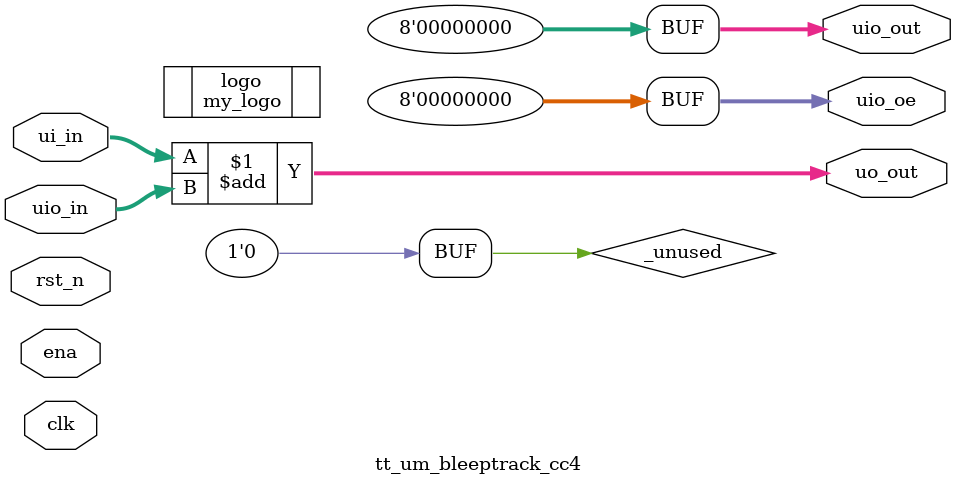
<source format=v>
/*
 * Copyright (c) 2024 Your Name
 * SPDX-License-Identifier: Apache-2.0
 */

`default_nettype none

// Blackbox module for my_logo - this will be replaced by the actual macro during synthesis
(* blackbox *) (* keep *)
module my_logo ();
endmodule

module tt_um_bleeptrack_cc4 (
    input  wire [7:0] ui_in,    // Dedicated inputs
    output wire [7:0] uo_out,   // Dedicated outputs
    input  wire [7:0] uio_in,   // IOs: Input path
    output wire [7:0] uio_out,  // IOs: Output path
    output wire [7:0] uio_oe,   // IOs: Enable path (active high: 0=input, 1=output)
    input  wire       ena,      // always 1 when the design is powered, so you can ignore it
    input  wire       clk,      // clock
    input  wire       rst_n     // reset_n - low to reset
);

`ifndef GL_TEST
  (* keep *)
  my_logo logo();
`endif

  // All output pins must be assigned. If not used, assign to 0.
  assign uo_out  = ui_in + uio_in;  // Example: ou_out is the sum of ui_in and uio_in
  assign uio_out = 0;
  assign uio_oe  = 0;

  // List all unused inputs to prevent warnings
  wire _unused = &{ena, clk, rst_n, 1'b0};

endmodule

</source>
